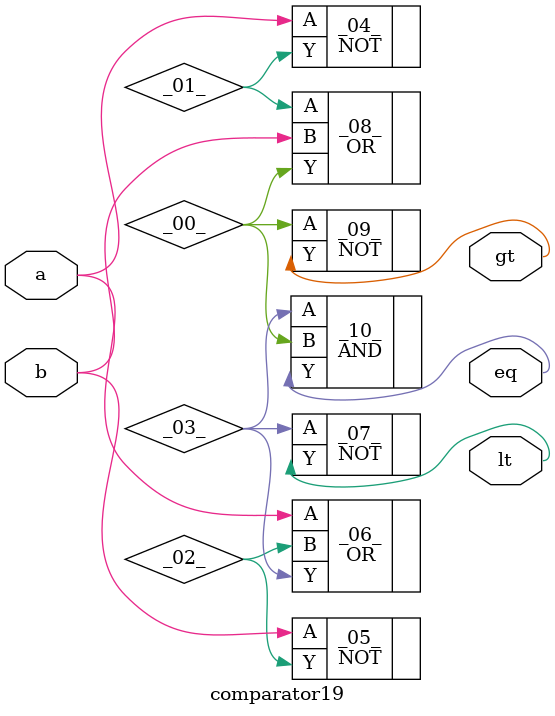
<source format=v>
/* Generated by Yosys 0.41+83 (git sha1 7045cf509, x86_64-w64-mingw32-g++ 13.2.1 -Os) */

/* cells_not_processed =  1  */
/* src = "comparator19.v:1.1-14.10" */
module comparator19(a, b, eq, gt, lt);
  wire _00_;
  wire _01_;
  wire _02_;
  wire _03_;
  /* src = "comparator19.v:1.28-1.29" */
  input a;
  wire a;
  /* src = "comparator19.v:1.37-1.38" */
  input b;
  wire b;
  /* src = "comparator19.v:1.47-1.49" */
  output eq;
  wire eq;
  /* src = "comparator19.v:1.58-1.60" */
  output gt;
  wire gt;
  /* src = "comparator19.v:1.69-1.71" */
  output lt;
  wire lt;
  NOT _04_ (
    .A(a),
    .Y(_01_)
  );
  NOT _05_ (
    .A(b),
    .Y(_02_)
  );
  OR _06_ (
    .A(a),
    .B(_02_),
    .Y(_03_)
  );
  NOT _07_ (
    .A(_03_),
    .Y(lt)
  );
  OR _08_ (
    .A(_01_),
    .B(b),
    .Y(_00_)
  );
  NOT _09_ (
    .A(_00_),
    .Y(gt)
  );
  AND _10_ (
    .A(_03_),
    .B(_00_),
    .Y(eq)
  );
endmodule

</source>
